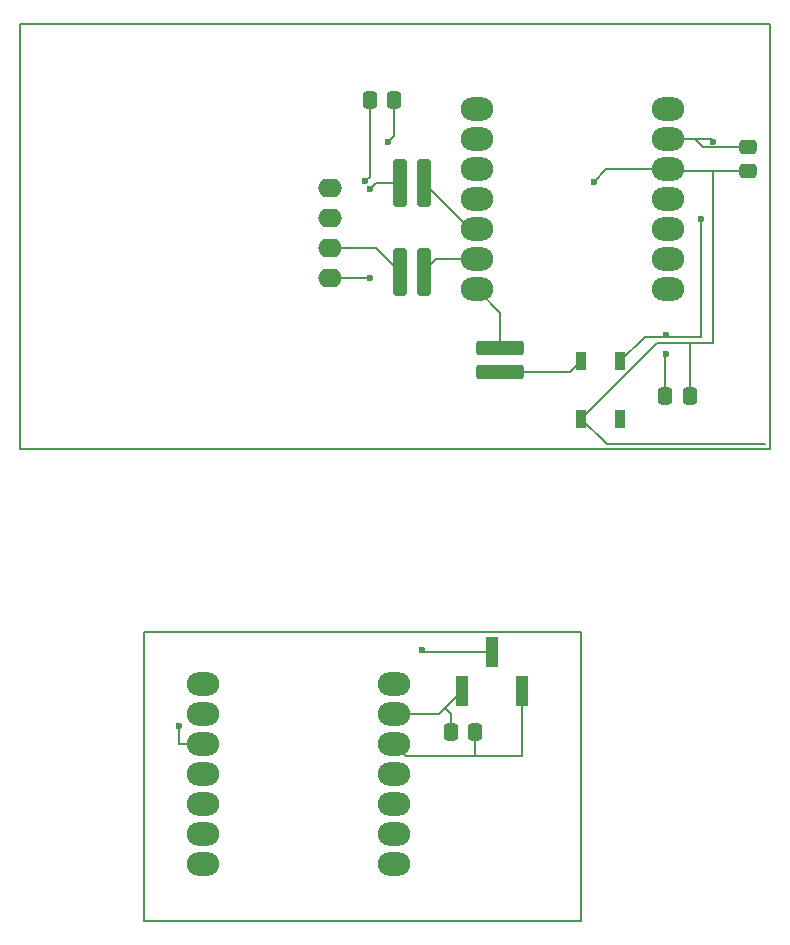
<source format=gbr>
%TF.GenerationSoftware,KiCad,Pcbnew,8.0.8*%
%TF.CreationDate,2025-02-05T21:11:50-08:00*%
%TF.ProjectId,KiCad,4b694361-642e-46b6-9963-61645f706362,1*%
%TF.SameCoordinates,Original*%
%TF.FileFunction,Copper,L1,Top*%
%TF.FilePolarity,Positive*%
%FSLAX46Y46*%
G04 Gerber Fmt 4.6, Leading zero omitted, Abs format (unit mm)*
G04 Created by KiCad (PCBNEW 8.0.8) date 2025-02-05 21:11:50*
%MOMM*%
%LPD*%
G01*
G04 APERTURE LIST*
G04 Aperture macros list*
%AMRoundRect*
0 Rectangle with rounded corners*
0 $1 Rounding radius*
0 $2 $3 $4 $5 $6 $7 $8 $9 X,Y pos of 4 corners*
0 Add a 4 corners polygon primitive as box body*
4,1,4,$2,$3,$4,$5,$6,$7,$8,$9,$2,$3,0*
0 Add four circle primitives for the rounded corners*
1,1,$1+$1,$2,$3*
1,1,$1+$1,$4,$5*
1,1,$1+$1,$6,$7*
1,1,$1+$1,$8,$9*
0 Add four rect primitives between the rounded corners*
20,1,$1+$1,$2,$3,$4,$5,0*
20,1,$1+$1,$4,$5,$6,$7,0*
20,1,$1+$1,$6,$7,$8,$9,0*
20,1,$1+$1,$8,$9,$2,$3,0*%
G04 Aperture macros list end*
%TA.AperFunction,NonConductor*%
%ADD10C,0.200000*%
%TD*%
%TA.AperFunction,SMDPad,CuDef*%
%ADD11RoundRect,1.000000X-0.375000X-0.000010X0.375000X-0.000010X0.375000X0.000010X-0.375000X0.000010X0*%
%TD*%
%TA.AperFunction,SMDPad,CuDef*%
%ADD12RoundRect,0.250000X-1.775000X0.350000X-1.775000X-0.350000X1.775000X-0.350000X1.775000X0.350000X0*%
%TD*%
%TA.AperFunction,SMDPad,CuDef*%
%ADD13RoundRect,0.250000X-0.350000X-1.775000X0.350000X-1.775000X0.350000X1.775000X-0.350000X1.775000X0*%
%TD*%
%TA.AperFunction,SMDPad,CuDef*%
%ADD14RoundRect,0.090000X0.360000X-0.660000X0.360000X0.660000X-0.360000X0.660000X-0.360000X-0.660000X0*%
%TD*%
%TA.AperFunction,SMDPad,CuDef*%
%ADD15RoundRect,0.250000X-0.337500X-0.475000X0.337500X-0.475000X0.337500X0.475000X-0.337500X0.475000X0*%
%TD*%
%TA.AperFunction,SMDPad,CuDef*%
%ADD16RoundRect,0.250000X0.475000X-0.337500X0.475000X0.337500X-0.475000X0.337500X-0.475000X-0.337500X0*%
%TD*%
%TA.AperFunction,ComponentPad*%
%ADD17O,2.000000X1.600000*%
%TD*%
%TA.AperFunction,SMDPad,CuDef*%
%ADD18R,1.000000X2.510000*%
%TD*%
%TA.AperFunction,ViaPad*%
%ADD19C,0.600000*%
%TD*%
%TA.AperFunction,Conductor*%
%ADD20C,0.200000*%
%TD*%
G04 APERTURE END LIST*
D10*
X188500000Y-107500000D02*
X188500000Y-132000000D01*
X188500000Y-107500000D02*
X151500000Y-107500000D01*
X151500000Y-132000000D02*
X188500000Y-132000000D01*
X151500000Y-107500000D02*
X151500000Y-132000000D01*
X141000000Y-56000000D02*
X141000000Y-58000000D01*
X204500000Y-56000000D02*
X141000000Y-56000000D01*
X204500000Y-92000000D02*
X204500000Y-56000000D01*
X141000000Y-92000000D02*
X204500000Y-92000000D01*
X141000000Y-89500000D02*
X141000000Y-92000000D01*
X141000000Y-57000000D02*
X141000000Y-89500000D01*
D11*
%TO.P,U3,14,5V*%
%TO.N,unconnected-(U3-5V-Pad14)*%
X172665000Y-111880000D03*
%TO.P,U3,13,GND*%
%TO.N,GND*%
X172665000Y-114420000D03*
%TO.P,U3,12,3V3*%
%TO.N,+3.3V*%
X172665000Y-116960000D03*
%TO.P,U3,11,PA6_A10_D10_MOSI*%
%TO.N,unconnected-(U3-PA6_A10_D10_MOSI-Pad11)*%
X172665000Y-119500000D03*
%TO.P,U3,10,PA5_A9_D9_MISO*%
%TO.N,unconnected-(U3-PA5_A9_D9_MISO-Pad10)*%
X172665000Y-122040000D03*
%TO.P,U3,9,PA7_A8_D8_SCK*%
%TO.N,unconnected-(U3-PA7_A8_D8_SCK-Pad9)*%
X172665000Y-124580000D03*
%TO.P,U3,8,PB09_A7_D7_RX*%
%TO.N,unconnected-(U3-PB09_A7_D7_RX-Pad8)*%
X172665000Y-127120000D03*
%TO.P,U3,1,PA02_A0_D0*%
%TO.N,Net-(SW1A-A)*%
X156500000Y-111880000D03*
%TO.P,U3,2,PA4_A1_D1*%
%TO.N,unconnected-(U3-PA4_A1_D1-Pad2)*%
X156500000Y-114420000D03*
%TO.P,U3,3,PA10_A2_D2*%
%TO.N,/signal*%
X156500000Y-116960000D03*
%TO.P,U3,4,PA11_A3_D3*%
%TO.N,unconnected-(U3-PA11_A3_D3-Pad4)*%
X156500000Y-119500000D03*
%TO.P,U3,5,PA8_A4_D4_SDA*%
%TO.N,unconnected-(U3-PA8_A4_D4_SDA-Pad5)*%
X156500000Y-122040000D03*
%TO.P,U3,6,PA9_A5_D5_SCL*%
%TO.N,unconnected-(U3-PA9_A5_D5_SCL-Pad6)*%
X156500000Y-124580000D03*
%TO.P,U3,7,PB08_A6_D6_TX*%
%TO.N,unconnected-(U3-PB08_A6_D6_TX-Pad7)*%
X156500000Y-127120000D03*
%TD*%
%TO.P,U1,14,5V*%
%TO.N,unconnected-(U1-5V-Pad14)*%
X195840000Y-63260000D03*
%TO.P,U1,13,GND*%
%TO.N,Net-(U1-GND)*%
X195840000Y-65800000D03*
%TO.P,U1,12,3V3*%
%TO.N,+3.3V*%
X195840000Y-68340000D03*
%TO.P,U1,11,PA6_A10_D10_MOSI*%
%TO.N,unconnected-(U1-PA6_A10_D10_MOSI-Pad11)*%
X195840000Y-70880000D03*
%TO.P,U1,10,PA5_A9_D9_MISO*%
%TO.N,unconnected-(U1-PA5_A9_D9_MISO-Pad10)*%
X195840000Y-73420000D03*
%TO.P,U1,9,PA7_A8_D8_SCK*%
%TO.N,unconnected-(U1-PA7_A8_D8_SCK-Pad9)*%
X195840000Y-75960000D03*
%TO.P,U1,8,PB09_A7_D7_RX*%
%TO.N,Net-(U1-PB09_A7_D7_RX)*%
X195840000Y-78500000D03*
%TO.P,U1,1,PA02_A0_D0*%
%TO.N,Net-(U1-PA02_A0_D0)*%
X179675000Y-63260000D03*
%TO.P,U1,2,PA4_A1_D1*%
%TO.N,Net-(U1-PA4_A1_D1)*%
X179675000Y-65800000D03*
%TO.P,U1,3,PA10_A2_D2*%
%TO.N,Net-(U1-PA10_A2_D2)*%
X179675000Y-68340000D03*
%TO.P,U1,4,PA11_A3_D3*%
%TO.N,Net-(U1-PA11_A3_D3)*%
X179675000Y-70880000D03*
%TO.P,U1,5,PA8_A4_D4_SDA*%
%TO.N,Net-(U1-PA8_A4_D4_SDA)*%
X179675000Y-73420000D03*
%TO.P,U1,6,PA9_A5_D5_SCL*%
%TO.N,Net-(U1-PA9_A5_D5_SCL)*%
X179675000Y-75960000D03*
%TO.P,U1,7,PB08_A6_D6_TX*%
%TO.N,Net-(U1-PB08_A6_D6_TX)*%
X179675000Y-78500000D03*
%TD*%
D12*
%TO.P,R3,2*%
%TO.N,Net-(D1-DIN)*%
X181675000Y-85525000D03*
%TO.P,R3,1*%
%TO.N,Net-(U1-PB08_A6_D6_TX)*%
X181675000Y-83475000D03*
%TD*%
D13*
%TO.P,R2,2*%
%TO.N,Net-(U1-PA9_A5_D5_SCL)*%
X175200000Y-77000000D03*
%TO.P,R2,1*%
%TO.N,Net-(Brd1-SCL)*%
X173150000Y-77000000D03*
%TD*%
%TO.P,R1,2*%
%TO.N,Net-(U1-PA8_A4_D4_SDA)*%
X175200000Y-69500000D03*
%TO.P,R1,1*%
%TO.N,Net-(Brd1-SDA)*%
X173150000Y-69500000D03*
%TD*%
D14*
%TO.P,D1,1,VDD*%
%TO.N,+3.3V*%
X188525000Y-89450000D03*
%TO.P,D1,2,DOUT*%
%TO.N,unconnected-(D1-DOUT-Pad2)*%
X191825000Y-89450000D03*
%TO.P,D1,3,VSS*%
%TO.N,GND*%
X191825000Y-84550000D03*
%TO.P,D1,4,DIN*%
%TO.N,Net-(D1-DIN)*%
X188525000Y-84550000D03*
%TD*%
D15*
%TO.P,C3,2*%
%TO.N,GND*%
X172675000Y-62500000D03*
%TO.P,C3,1*%
%TO.N,+3.3V*%
X170600000Y-62500000D03*
%TD*%
%TO.P,C2,1*%
%TO.N,GND*%
X195637500Y-87500000D03*
%TO.P,C2,2*%
%TO.N,+3.3V*%
X197712500Y-87500000D03*
%TD*%
D16*
%TO.P,C1,2*%
%TO.N,GND*%
X202675000Y-66425000D03*
%TO.P,C1,1*%
%TO.N,+3.3V*%
X202675000Y-68500000D03*
%TD*%
D17*
%TO.P,Brd1,2,VCC*%
%TO.N,+3.3V*%
X167275000Y-72420000D03*
%TO.P,Brd1,1,GND*%
%TO.N,GND*%
X167275000Y-69880000D03*
%TO.P,Brd1,3,SCL*%
%TO.N,Net-(Brd1-SCL)*%
X167275000Y-74960000D03*
%TO.P,Brd1,4,SDA*%
%TO.N,Net-(Brd1-SDA)*%
X167275000Y-77500000D03*
%TD*%
D15*
%TO.P,C4,2*%
%TO.N,+3.3V*%
X179537500Y-116000000D03*
%TO.P,C4,1*%
%TO.N,GND*%
X177462500Y-116000000D03*
%TD*%
D18*
%TO.P,J1,1,Pin_1*%
%TO.N,+3.3V*%
X183500000Y-112500000D03*
%TO.P,J1,2,Pin_2*%
%TO.N,/signal*%
X180960000Y-109190000D03*
%TO.P,J1,3,Pin_3*%
%TO.N,GND*%
X178420000Y-112500000D03*
%TD*%
D19*
%TO.N,/signal*%
X175000000Y-109000000D03*
X154500000Y-115500000D03*
%TO.N,GND*%
X195675000Y-84000000D03*
X195675000Y-82400000D03*
X198675000Y-72500000D03*
%TO.N,+3.3V*%
X170246957Y-69324143D03*
%TO.N,GND*%
X199675000Y-66000000D03*
%TO.N,+3.3V*%
X189575000Y-69400000D03*
%TO.N,Net-(Brd1-SDA)*%
X170675000Y-70000000D03*
X170675000Y-70000000D03*
X170675000Y-77500000D03*
%TO.N,GND*%
X172175000Y-66000000D03*
%TD*%
D20*
%TO.N,+3.3V*%
X190675000Y-91600000D02*
X204100000Y-91600000D01*
X188525000Y-89450000D02*
X190675000Y-91600000D01*
%TO.N,/signal*%
X154500000Y-115500000D02*
X154500000Y-117000000D01*
X154500000Y-117000000D02*
X156460000Y-117000000D01*
X156460000Y-117000000D02*
X156500000Y-116960000D01*
X180960000Y-109190000D02*
X175190000Y-109190000D01*
X175190000Y-109190000D02*
X175000000Y-109000000D01*
%TO.N,Net-(D1-DIN)*%
X188525000Y-84550000D02*
X187550000Y-85525000D01*
X187550000Y-85525000D02*
X181675000Y-85525000D01*
%TO.N,GND*%
X195637500Y-84037500D02*
X195675000Y-84000000D01*
X195637500Y-87500000D02*
X195637500Y-84037500D01*
%TO.N,+3.3V*%
X194975000Y-83000000D02*
X197675000Y-83000000D01*
X197675000Y-83000000D02*
X199675000Y-83000000D01*
X197712500Y-87500000D02*
X197712500Y-83037500D01*
X197712500Y-83037500D02*
X197675000Y-83000000D01*
X199675000Y-68500000D02*
X196000000Y-68500000D01*
X188525000Y-89450000D02*
X194975000Y-83000000D01*
X200175000Y-68500000D02*
X199675000Y-68500000D01*
X199675000Y-83000000D02*
X199675000Y-68500000D01*
%TO.N,GND*%
X198675000Y-82500000D02*
X198675000Y-72500000D01*
X191825000Y-84550000D02*
X193875000Y-82500000D01*
%TO.N,+3.3V*%
X170600000Y-62500000D02*
X170600000Y-68971100D01*
X170600000Y-68971100D02*
X170246957Y-69324143D01*
X202675000Y-68500000D02*
X200175000Y-68500000D01*
%TO.N,Net-(U1-PB08_A6_D6_TX)*%
X179675000Y-78500000D02*
X181675000Y-80500000D01*
X181675000Y-80500000D02*
X181675000Y-83475000D01*
%TO.N,GND*%
X195840000Y-65800000D02*
X198175000Y-65800000D01*
X202675000Y-66425000D02*
X198800000Y-66425000D01*
X198175000Y-65800000D02*
X199475000Y-65800000D01*
X198800000Y-66425000D02*
X198175000Y-65800000D01*
%TO.N,+3.3V*%
X196000000Y-68500000D02*
X195840000Y-68340000D01*
%TO.N,GND*%
X199475000Y-65800000D02*
X199675000Y-66000000D01*
%TO.N,+3.3V*%
X195840000Y-68340000D02*
X190635000Y-68340000D01*
X190635000Y-68340000D02*
X189575000Y-69400000D01*
%TO.N,Net-(U1-PA8_A4_D4_SDA)*%
X175200000Y-69500000D02*
X179120000Y-73420000D01*
X179120000Y-73420000D02*
X179675000Y-73420000D01*
%TO.N,Net-(Brd1-SDA)*%
X173150000Y-69500000D02*
X171175000Y-69500000D01*
X171175000Y-69500000D02*
X170675000Y-70000000D01*
X167275000Y-77500000D02*
X170675000Y-77500000D01*
%TO.N,Net-(U1-PA9_A5_D5_SCL)*%
X175200000Y-77000000D02*
X176240000Y-75960000D01*
X176240000Y-75960000D02*
X179675000Y-75960000D01*
%TO.N,Net-(Brd1-SCL)*%
X167275000Y-74960000D02*
X171110000Y-74960000D01*
X171110000Y-74960000D02*
X173150000Y-77000000D01*
%TO.N,+3.3V*%
X173705000Y-118000000D02*
X179500000Y-118000000D01*
X179537500Y-116000000D02*
X179537500Y-117962500D01*
X179500000Y-118000000D02*
X183500000Y-118000000D01*
X179537500Y-117962500D02*
X179500000Y-118000000D01*
%TO.N,GND*%
X176500000Y-114420000D02*
X176960000Y-113960000D01*
X177462500Y-114462500D02*
X176960000Y-113960000D01*
X176960000Y-113960000D02*
X178420000Y-112500000D01*
X177462500Y-116000000D02*
X177462500Y-114462500D01*
%TO.N,+3.3V*%
X172665000Y-116960000D02*
X173705000Y-118000000D01*
X183500000Y-118000000D02*
X183500000Y-112500000D01*
%TO.N,GND*%
X172665000Y-114420000D02*
X176500000Y-114420000D01*
X172675000Y-62500000D02*
X172675000Y-65500000D01*
X172675000Y-65500000D02*
X172175000Y-66000000D01*
X193875000Y-82500000D02*
X198675000Y-82500000D01*
%TD*%
M02*

</source>
